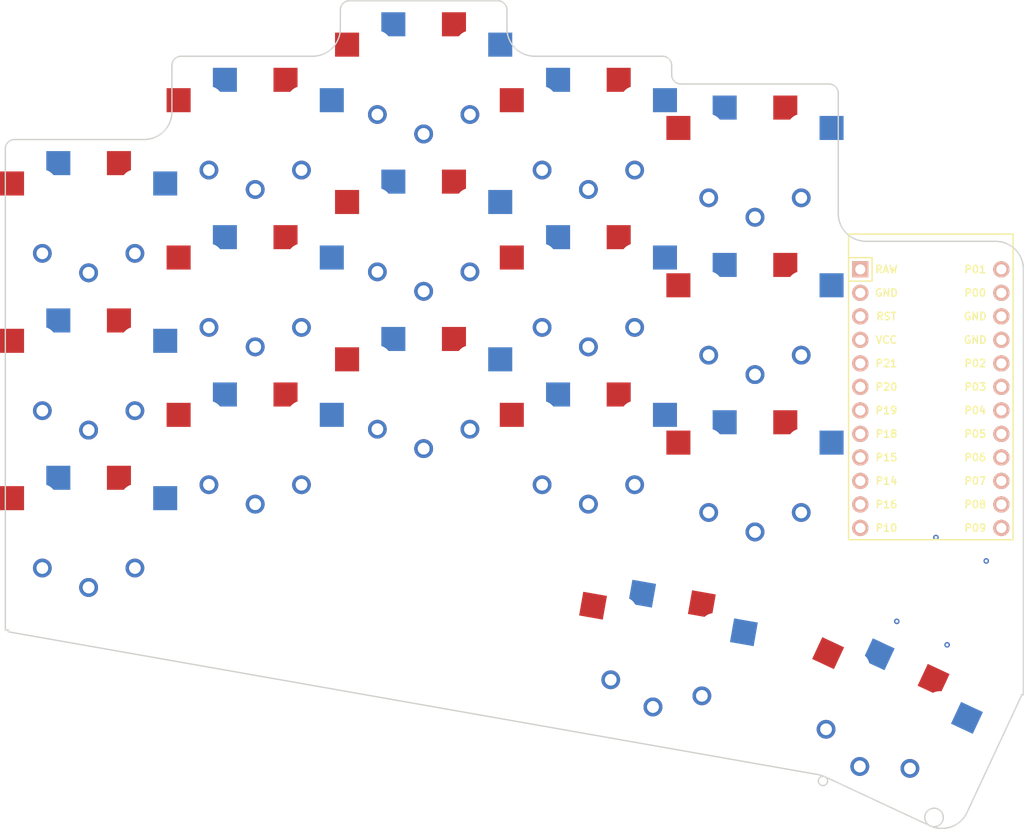
<source format=kicad_pcb>
(kicad_pcb (version 20211014) (generator pcbnew)
  (title_block (title "architeuthis_dux") (rev "v1.0.0") (company "Unknown"))
  (layers (0 "F.Cu" signal) (31 "B.Cu" signal) (34 "B.Paste" user) (35 "F.Paste" user) (36 "B.SilkS" user "B.Silkscreen") (37 "F.SilkS" user "F.Silkscreen") (38 "B.Mask" user) (39 "F.Mask" user) (44 "Edge.Cuts" user))
  (net 0 "")
  (net 1 "P7")
  (net 2 "GND")
  (net 3 "P6")
  (net 4 "P5")
  (net 5 "P4")
  (net 6 "P3")
  (net 7 "P0")
  (net 8 "P1")
  (net 9 "P19")
  (net 10 "P18")
  (net 11 "P15")
  (net 12 "P14")
  (net 13 "P16")
  (net 14 "P10")
  (net 15 "P20")
  (net 16 "P21")
  (net 17 "P8")
  (net 18 "P9")
  (net 19 "RAW")
  (net 20 "RST")
  (net 21 "VCC")
  (net 22 "P2")
  (net 23 "pos")
  (footprint "PG1350" (layer "F.Cu") (at 119.32733 98.007861 -25)
    (fp_text reference "S33" hide)
    (fp_text value "" hide)
    (pad "" np_thru_hole circle locked (at 0 -5.95) (size 3 3) (drill 3) (layers *.Cu *.Mask))
    (pad "" np_thru_hole circle locked (at 0 0) (size 3.429 3.429) (drill 3.429) (layers *.Cu *.Mask))
    (pad "" np_thru_hole circle locked (at 0 -5.95) (size 3 3) (drill 3) (layers *.Cu *.Mask))
    (pad "" np_thru_hole circle locked (at -5.5 0) (size 1.7018 1.7018) (drill 1.7018) (layers *.Cu *.Mask))
    (pad "" np_thru_hole circle locked (at 5 -3.75) (size 3 3) (drill 3) (layers *.Cu *.Mask))
    (pad "" np_thru_hole circle locked (at 5.5 0) (size 1.7018 1.7018) (drill 1.7018) (layers *.Cu *.Mask))
    (pad "" np_thru_hole circle locked (at -5 -3.75) (size 3 3) (drill 3) (layers *.Cu *.Mask))
    (pad "1" smd rect locked (at -3.275 -5.95 335) (size 2.6 2.6) (layers "B.Cu" "B.Paste" "B.Mask") (net 18 "P9"))
    (pad "1" smd rect locked (at 3.275 -5.95 335) (size 2.6 2.6) (layers "F.Cu" "F.Paste" "F.Mask") (net 18 "P9"))
    (pad "2" smd rect locked (at 8.275 -3.75 335) (size 2.6 2.6) (layers "B.Cu" "B.Paste" "B.Mask") (net 2 "GND"))
    (pad "2" smd rect locked (at -8.275 -3.75 335) (size 2.6 2.6) (layers "F.Cu" "F.Paste" "F.Mask") (net 2 "GND"))
  )
  (footprint "VIA-0.6mm" (layer "F.Cu") (at 120.834589 87.676929 -25)
    (fp_text reference "REF**" hide)
    (fp_text value "VIA-0.6mm" hide)
    (pad "1" thru_hole circle locked (at 0 0) (size 0.6 0.6) (drill 0.3) (layers *.Cu) (net 23 "pos"))
  )
  (footprint "VIA-0.6mm" (layer "F.Cu") (at 130.498618 81.14956 -25)
    (fp_text reference "REF**" hide)
    (fp_text value "VIA-0.6mm" hide)
    (pad "1" thru_hole circle locked (at 0 0) (size 0.6 0.6) (drill 0.3) (layers *.Cu) (net 2 "GND"))
  )
  (footprint "PG1350" (layer "F.Cu") (at 33.510439 44.114297 180)
    (fp_text reference "S6" hide)
    (fp_text value "" hide)
    (pad "" np_thru_hole circle locked (at 5.5 0) (size 1.7018 1.7018) (drill 1.7018) (layers *.Cu *.Mask))
    (pad "" np_thru_hole circle locked (at -5.5 0) (size 1.7018 1.7018) (drill 1.7018) (layers *.Cu *.Mask))
    (pad "" np_thru_hole circle locked (at 0 0) (size 3.429 3.429) (drill 3.429) (layers *.Cu *.Mask))
    (pad "1" thru_hole circle locked (at -5 -3.8) (size 2.032 2.032) (drill 1.27) (layers *.Cu *.Mask) (net 4 "P5"))
    (pad "1" thru_hole circle locked (at 5 -3.8) (size 2.032 2.032) (drill 1.27) (layers *.Cu *.Mask) (net 4 "P5"))
    (pad "2" thru_hole circle locked (at 0 -5.9) (size 2.032 2.032) (drill 1.27) (layers *.Cu *.Mask) (net 2 "GND"))
    (pad "2" thru_hole circle locked (at 0 -5.9) (size 2.032 2.032) (drill 1.27) (layers *.Cu *.Mask) (net 2 "GND"))
  )
  (footprint "PG1350" (layer "F.Cu") (at 33.510439 78.114297 180)
    (fp_text reference "S2" hide)
    (fp_text value "" hide)
    (pad "" np_thru_hole circle locked (at -5.5 0) (size 1.7018 1.7018) (drill 1.7018) (layers *.Cu *.Mask))
    (pad "" np_thru_hole circle locked (at 5.5 0) (size 1.7018 1.7018) (drill 1.7018) (layers *.Cu *.Mask))
    (pad "" np_thru_hole circle locked (at 0 0) (size 3.429 3.429) (drill 3.429) (layers *.Cu *.Mask))
    (pad "1" thru_hole circle locked (at -5 -3.8) (size 2.032 2.032) (drill 1.27) (layers *.Cu *.Mask) (net 1 "P7"))
    (pad "1" thru_hole circle locked (at 5 -3.8) (size 2.032 2.032) (drill 1.27) (layers *.Cu *.Mask) (net 1 "P7"))
    (pad "2" thru_hole circle locked (at 0 -5.9) (size 2.032 2.032) (drill 1.27) (layers *.Cu *.Mask) (net 2 "GND"))
    (pad "2" thru_hole circle locked (at 0 -5.9) (size 2.032 2.032) (drill 1.27) (layers *.Cu *.Mask) (net 2 "GND"))
  )
  (footprint "PG1350" (layer "F.Cu") (at 105.510439 38.114297 180)
    (fp_text reference "S30" hide)
    (fp_text value "" hide)
    (pad "" np_thru_hole circle locked (at 5.5 0) (size 1.7018 1.7018) (drill 1.7018) (layers *.Cu *.Mask))
    (pad "" np_thru_hole circle locked (at 0 0) (size 3.429 3.429) (drill 3.429) (layers *.Cu *.Mask))
    (pad "" np_thru_hole circle locked (at -5.5 0) (size 1.7018 1.7018) (drill 1.7018) (layers *.Cu *.Mask))
    (pad "1" thru_hole circle locked (at -5 -3.8) (size 2.032 2.032) (drill 1.27) (layers *.Cu *.Mask) (net 16 "P21"))
    (pad "1" thru_hole circle locked (at 5 -3.8) (size 2.032 2.032) (drill 1.27) (layers *.Cu *.Mask) (net 16 "P21"))
    (pad "2" thru_hole circle locked (at 0 -5.9) (size 2.032 2.032) (drill 1.27) (layers *.Cu *.Mask) (net 2 "GND"))
    (pad "2" thru_hole circle locked (at 0 -5.9) (size 2.032 2.032) (drill 1.27) (layers *.Cu *.Mask) (net 2 "GND"))
  )
  (footprint "PG1350" (layer "F.Cu") (at 69.710439 63.114297 180)
    (fp_text reference "S14" hide)
    (fp_text value "" hide)
    (pad "" np_thru_hole circle locked (at 0 0) (size 3.429 3.429) (drill 3.429) (layers *.Cu *.Mask))
    (pad "" np_thru_hole circle locked (at -5.5 0) (size 1.7018 1.7018) (drill 1.7018) (layers *.Cu *.Mask))
    (pad "" np_thru_hole circle locked (at 5.5 0) (size 1.7018 1.7018) (drill 1.7018) (layers *.Cu *.Mask))
    (pad "1" thru_hole circle locked (at 5 -3.8) (size 2.032 2.032) (drill 1.27) (layers *.Cu *.Mask) (net 8 "P1"))
    (pad "1" thru_hole circle locked (at -5 -3.8) (size 2.032 2.032) (drill 1.27) (layers *.Cu *.Mask) (net 8 "P1"))
    (pad "2" thru_hole circle locked (at 0 -5.9) (size 2.032 2.032) (drill 1.27) (layers *.Cu *.Mask) (net 2 "GND"))
    (pad "2" thru_hole circle locked (at 0 -5.9) (size 2.032 2.032) (drill 1.27) (layers *.Cu *.Mask) (net 2 "GND"))
  )
  (footprint "PG1350" (layer "F.Cu") (at 69.710439 29.114297 180)
    (fp_text reference "S18" hide)
    (fp_text value "" hide)
    (pad "" np_thru_hole circle locked (at 0 0) (size 3.429 3.429) (drill 3.429) (layers *.Cu *.Mask))
    (pad "" np_thru_hole circle locked (at 5.5 0) (size 1.7018 1.7018) (drill 1.7018) (layers *.Cu *.Mask))
    (pad "" np_thru_hole circle locked (at -5.5 0) (size 1.7018 1.7018) (drill 1.7018) (layers *.Cu *.Mask))
    (pad "1" thru_hole circle locked (at -5 -3.8) (size 2.032 2.032) (drill 1.27) (layers *.Cu *.Mask) (net 10 "P18"))
    (pad "1" thru_hole circle locked (at 5 -3.8) (size 2.032 2.032) (drill 1.27) (layers *.Cu *.Mask) (net 10 "P18"))
    (pad "2" thru_hole circle locked (at 0 -5.9) (size 2.032 2.032) (drill 1.27) (layers *.Cu *.Mask) (net 2 "GND"))
    (pad "2" thru_hole circle locked (at 0 -5.9) (size 2.032 2.032) (drill 1.27) (layers *.Cu *.Mask) (net 2 "GND"))
  )
  (footprint "PG1350" (layer "F.Cu") (at 51.510439 35.114297 180)
    (fp_text reference "S12" hide)
    (fp_text value "" hide)
    (pad "" np_thru_hole circle locked (at 5.5 0) (size 1.7018 1.7018) (drill 1.7018) (layers *.Cu *.Mask))
    (pad "" np_thru_hole circle locked (at -5.5 0) (size 1.7018 1.7018) (drill 1.7018) (layers *.Cu *.Mask))
    (pad "" np_thru_hole circle locked (at 0 0) (size 3.429 3.429) (drill 3.429) (layers *.Cu *.Mask))
    (pad "1" thru_hole circle locked (at 5 -3.8) (size 2.032 2.032) (drill 1.27) (layers *.Cu *.Mask) (net 7 "P0"))
    (pad "1" thru_hole circle locked (at -5 -3.8) (size 2.032 2.032) (drill 1.27) (layers *.Cu *.Mask) (net 7 "P0"))
    (pad "2" thru_hole circle locked (at 0 -5.9) (size 2.032 2.032) (drill 1.27) (layers *.Cu *.Mask) (net 2 "GND"))
    (pad "2" thru_hole circle locked (at 0 -5.9) (size 2.032 2.032) (drill 1.27) (layers *.Cu *.Mask) (net 2 "GND"))
  )
  (footprint "PG1350" (layer "F.Cu") (at 33.510439 61.114297)
    (fp_text reference "S3" hide)
    (fp_text value "" hide)
    (pad "" np_thru_hole circle locked (at 0 -5.95) (size 3 3) (drill 3) (layers *.Cu *.Mask))
    (pad "" np_thru_hole circle locked (at -5 -3.75) (size 3 3) (drill 3) (layers *.Cu *.Mask))
    (pad "" np_thru_hole circle locked (at 0 0) (size 3.429 3.429) (drill 3.429) (layers *.Cu *.Mask))
    (pad "" np_thru_hole circle locked (at 0 -5.95) (size 3 3) (drill 3) (layers *.Cu *.Mask))
    (pad "" np_thru_hole circle locked (at -5.5 0) (size 1.7018 1.7018) (drill 1.7018) (layers *.Cu *.Mask))
    (pad "" np_thru_hole circle locked (at 5.5 0) (size 1.7018 1.7018) (drill 1.7018) (layers *.Cu *.Mask))
    (pad "" np_thru_hole circle locked (at 5 -3.75) (size 3 3) (drill 3) (layers *.Cu *.Mask))
    (pad "1" smd rect locked (at 3.275 -5.95) (size 2.6 2.6) (layers "F.Cu" "F.Paste" "F.Mask") (net 3 "P6"))
    (pad "1" smd rect locked (at -3.275 -5.95) (size 2.6 2.6) (layers "B.Cu" "B.Paste" "B.Mask") (net 3 "P6"))
    (pad "2" smd rect locked (at 8.275 -3.75) (size 2.6 2.6) (layers "B.Cu" "B.Paste" "B.Mask") (net 2 "GND"))
    (pad "2" smd rect locked (at -8.275 -3.75) (size 2.6 2.6) (layers "F.Cu" "F.Paste" "F.Mask") (net 2 "GND"))
  )
  (footprint "VIA-0.6mm" (layer "F.Cu") (at 125.060771 78.613851 -25)
    (fp_text reference "REF**" hide)
    (fp_text value "VIA-0.6mm" hide)
    (pad "1" thru_hole circle locked (at 0 0) (size 0.6 0.6) (drill 0.3) (layers *.Cu) (net 20 "RST"))
  )
  (footprint "PG1350" (layer "F.Cu") (at 51.510439 69.114297 180)
    (fp_text reference "S8" hide)
    (fp_text value "" hide)
    (pad "" np_thru_hole circle locked (at 0 0) (size 3.429 3.429) (drill 3.429) (layers *.Cu *.Mask))
    (pad "" np_thru_hole circle locked (at 5.5 0) (size 1.7018 1.7018) (drill 1.7018) (layers *.Cu *.Mask))
    (pad "" np_thru_hole circle locked (at -5.5 0) (size 1.7018 1.7018) (drill 1.7018) (layers *.Cu *.Mask))
    (pad "1" thru_hole circle locked (at 5 -3.8) (size 2.032 2.032) (drill 1.27) (layers *.Cu *.Mask) (net 5 "P4"))
    (pad "1" thru_hole circle locked (at -5 -3.8) (size 2.032 2.032) (drill 1.27) (layers *.Cu *.Mask) (net 5 "P4"))
    (pad "2" thru_hole circle locked (at 0 -5.9) (size 2.032 2.032) (drill 1.27) (layers *.Cu *.Mask) (net 2 "GND"))
    (pad "2" thru_hole circle locked (at 0 -5.9) (size 2.032 2.032) (drill 1.27) (layers *.Cu *.Mask) (net 2 "GND"))
  )
  (footprint "PG1350" (layer "F.Cu") (at 87.510439 69.114297)
    (fp_text reference "S19" hide)
    (fp_text value "" hide)
    (pad "" np_thru_hole circle locked (at 5.5 0) (size 1.7018 1.7018) (drill 1.7018) (layers *.Cu *.Mask))
    (pad "" np_thru_hole circle locked (at 5 -3.75) (size 3 3) (drill 3) (layers *.Cu *.Mask))
    (pad "" np_thru_hole circle locked (at 0 -5.95) (size 3 3) (drill 3) (layers *.Cu *.Mask))
    (pad "" np_thru_hole circle locked (at 0 -5.95) (size 3 3) (drill 3) (layers *.Cu *.Mask))
    (pad "" np_thru_hole circle locked (at -5.5 0) (size 1.7018 1.7018) (drill 1.7018) (layers *.Cu *.Mask))
    (pad "" np_thru_hole circle locked (at 0 0) (size 3.429 3.429) (drill 3.429) (layers *.Cu *.Mask))
    (pad "" np_thru_hole circle locked (at -5 -3.75) (size 3 3) (drill 3) (layers *.Cu *.Mask))
    (pad "1" smd rect locked (at 3.275 -5.95) (size 2.6 2.6) (layers "F.Cu" "F.Paste" "F.Mask") (net 11 "P15"))
    (pad "1" smd rect locked (at -3.275 -5.95) (size 2.6 2.6) (layers "B.Cu" "B.Paste" "B.Mask") (net 11 "P15"))
    (pad "2" smd rect locked (at -8.275 -3.75) (size 2.6 2.6) (layers "F.Cu" "F.Paste" "F.Mask") (net 2 "GND"))
    (pad "2" smd rect locked (at 8.275 -3.75) (size 2.6 2.6) (layers "B.Cu" "B.Paste" "B.Mask") (net 2 "GND"))
  )
  (footprint "PG1350" (layer "F.Cu") (at 95.510439 91.114297 -10)
    (fp_text reference "S31" hide)
    (fp_text value "" hide)
    (pad "" np_thru_hole circle locked (at 0 -5.95) (size 3 3) (drill 3) (layers *.Cu *.Mask))
    (pad "" np_thru_hole circle locked (at 5 -3.75) (size 3 3) (drill 3) (layers *.Cu *.Mask))
    (pad "" np_thru_hole circle locked (at 5.5 0) (size 1.7018 1.7018) (drill 1.7018) (layers *.Cu *.Mask))
    (pad "" np_thru_hole circle locked (at -5.5 0) (size 1.7018 1.7018) (drill 1.7018) (layers *.Cu *.Mask))
    (pad "" np_thru_hole circle locked (at 0 -5.95) (size 3 3) (drill 3) (layers *.Cu *.Mask))
    (pad "" np_thru_hole circle locked (at 0 0) (size 3.429 3.429) (drill 3.429) (layers *.Cu *.Mask))
    (pad "" np_thru_hole circle locked (at -5 -3.75) (size 3 3) (drill 3) (layers *.Cu *.Mask))
    (pad "1" smd rect locked (at -3.275 -5.95 350) (size 2.6 2.6) (layers "B.Cu" "B.Paste" "B.Mask") (net 17 "P8"))
    (pad "1" smd rect locked (at 3.275 -5.95 350) (size 2.6 2.6) (layers "F.Cu" "F.Paste" "F.Mask") (net 17 "P8"))
    (pad "2" smd rect locked (at 8.275 -3.75 350) (size 2.6 2.6) (layers "B.Cu" "B.Paste" "B.Mask") (net 2 "GND"))
    (pad "2" smd rect locked (at -8.275 -3.75 350) (size 2.6 2.6) (layers "F.Cu" "F.Paste" "F.Mask") (net 2 "GND"))
  )
  (footprint "PG1350" (layer "F.Cu") (at 105.510439 72.114297 180)
    (fp_text reference "S26" hide)
    (fp_text value "" hide)
    (pad "" np_thru_hole circle locked (at 0 0) (size 3.429 3.429) (drill 3.429) (layers *.Cu *.Mask))
    (pad "" np_thru_hole circle locked (at 5.5 0) (size 1.7018 1.7018) (drill 1.7018) (layers *.Cu *.Mask))
    (pad "" np_thru_hole circle locked (at -5.5 0) (size 1.7018 1.7018) (drill 1.7018) (layers *.Cu *.Mask))
    (pad "1" thru_hole circle locked (at -5 -3.8) (size 2.032 2.032) (drill 1.27) (layers *.Cu *.Mask) (net 14 "P10"))
    (pad "1" thru_hole circle locked (at 5 -3.8) (size 2.032 2.032) (drill 1.27) (layers *.Cu *.Mask) (net 14 "P10"))
    (pad "2" thru_hole circle locked (at 0 -5.9) (size 2.032 2.032) (drill 1.27) (layers *.Cu *.Mask) (net 2 "GND"))
    (pad "2" thru_hole circle locked (at 0 -5.9) (size 2.032 2.032) (drill 1.27) (layers *.Cu *.Mask) (net 2 "GND"))
  )
  (footprint "PG1350" (layer "F.Cu") (at 33.510439 61.114297 180)
    (fp_text reference "S4" hide)
    (fp_text value "" hide)
    (pad "" np_thru_hole circle locked (at 5.5 0) (size 1.7018 1.7018) (drill 1.7018) (layers *.Cu *.Mask))
    (pad "" np_thru_hole circle locked (at -5.5 0) (size 1.7018 1.7018) (drill 1.7018) (layers *.Cu *.Mask))
    (pad "" np_thru_hole circle locked (at 0 0) (size 3.429 3.429) (drill 3.429) (layers *.Cu *.Mask))
    (pad "1" thru_hole circle locked (at -5 -3.8) (size 2.032 2.032) (drill 1.27) (layers *.Cu *.Mask) (net 3 "P6"))
    (pad "1" thru_hole circle locked (at 5 -3.8) (size 2.032 2.032) (drill 1.27) (layers *.Cu *.Mask) (net 3 "P6"))
    (pad "2" thru_hole circle locked (at 0 -5.9) (size 2.032 2.032) (drill 1.27) (layers *.Cu *.Mask) (net 2 "GND"))
    (pad "2" thru_hole circle locked (at 0 -5.9) (size 2.032 2.032) (drill 1.27) (layers *.Cu *.Mask) (net 2 "GND"))
  )
  (footprint "PG1350" (layer "F.Cu") (at 119.32733 98.007861 155)
    (fp_text reference "S34" hide)
    (fp_text value "" hide)
    (pad "" np_thru_hole circle locked (at -5.5 0) (size 1.7018 1.7018) (drill 1.7018) (layers *.Cu *.Mask))
    (pad "" np_thru_hole circle locked (at 0 0) (size 3.429 3.429) (drill 3.429) (layers *.Cu *.Mask))
    (pad "" np_thru_hole circle locked (at 5.5 0) (size 1.7018 1.7018) (drill 1.7018) (layers *.Cu *.Mask))
    (pad "1" thru_hole circle locked (at -5 -3.8) (size 2.032 2.032) (drill 1.27) (layers *.Cu *.Mask) (net 18 "P9"))
    (pad "1" thru_hole circle locked (at 5 -3.8) (size 2.032 2.032) (drill 1.27) (layers *.Cu *.Mask) (net 18 "P9"))
    (pad "2" thru_hole circle locked (at 0 -5.9) (size 2.032 2.032) (drill 1.27) (layers *.Cu *.Mask) (net 2 "GND"))
    (pad "2" thru_hole circle locked (at 0 -5.9) (size 2.032 2.032) (drill 1.27) (layers *.Cu *.Mask) (net 2 "GND"))
  )
  (footprint "PG1350" (layer "F.Cu") (at 33.510439 44.114297)
    (fp_text reference "S5" hide)
    (fp_text value "" hide)
    (pad "" np_thru_hole circle locked (at -5.5 0) (size 1.7018 1.7018) (drill 1.7018) (layers *.Cu *.Mask))
    (pad "" np_thru_hole circle locked (at 5.5 0) (size 1.7018 1.7018) (drill 1.7018) (layers *.Cu *.Mask))
    (pad "" np_thru_hole circle locked (at -5 -3.75) (size 3 3) (drill 3) (layers *.Cu *.Mask))
    (pad "" np_thru_hole circle locked (at 0 0) (size 3.429 3.429) (drill 3.429) (layers *.Cu *.Mask))
    (pad "" np_thru_hole circle locked (at 5 -3.75) (size 3 3) (drill 3) (layers *.Cu *.Mask))
    (pad "" np_thru_hole circle locked (at 0 -5.95) (size 3 3) (drill 3) (layers *.Cu *.Mask))
    (pad "" np_thru_hole circle locked (at 0 -5.95) (size 3 3) (drill 3) (layers *.Cu *.Mask))
    (pad "1" smd rect locked (at 3.275 -5.95) (size 2.6 2.6) (layers "F.Cu" "F.Paste" "F.Mask") (net 4 "P5"))
    (pad "1" smd rect locked (at -3.275 -5.95) (size 2.6 2.6) (layers "B.Cu" "B.Paste" "B.Mask") (net 4 "P5"))
    (pad "2" smd rect locked (at 8.275 -3.75) (size 2.6 2.6) (layers "B.Cu" "B.Paste" "B.Mask") (net 2 "GND"))
    (pad "2" smd rect locked (at -8.275 -3.75) (size 2.6 2.6) (layers "F.Cu" "F.Paste" "F.Mask") (net 2 "GND"))
  )
  (footprint "PG1350" (layer "F.Cu") (at 87.510439 52.114297)
    (fp_text reference "S21" hide)
    (fp_text value "" hide)
    (pad "" np_thru_hole circle locked (at 5.5 0) (size 1.7018 1.7018) (drill 1.7018) (layers *.Cu *.Mask))
    (pad "" np_thru_hole circle locked (at 5 -3.75) (size 3 3) (drill 3) (layers *.Cu *.Mask))
    (pad "" np_thru_hole circle locked (at -5.5 0) (size 1.7018 1.7018) (drill 1.7018) (layers *.Cu *.Mask))
    (pad "" np_thru_hole circle locked (at 0 -5.95) (size 3 3) (drill 3) (layers *.Cu *.Mask))
    (pad "" np_thru_hole circle locked (at 0 -5.95) (size 3 3) (drill 3) (layers *.Cu *.Mask))
    (pad "" np_thru_hole circle locked (at -5 -3.75) (size 3 3) (drill 3) (layers *.Cu *.Mask))
    (pad "" np_thru_hole circle locked (at 0 0) (size 3.429 3.429) (drill 3.429) (layers *.Cu *.Mask))
    (pad "1" smd rect locked (at 3.275 -5.95) (size 2.6 2.6) (layers "F.Cu" "F.Paste" "F.Mask") (net 12 "P14"))
    (pad "1" smd rect locked (at -3.275 -5.95) (size 2.6 2.6) (layers "B.Cu" "B.Paste" "B.Mask") (net 12 "P14"))
    (pad "2" smd rect locked (at -8.275 -3.75) (size 2.6 2.6) (layers "F.Cu" "F.Paste" "F.Mask") (net 2 "GND"))
    (pad "2" smd rect locked (at 8.275 -3.75) (size 2.6 2.6) (layers "B.Cu" "B.Paste" "B.Mask") (net 2 "GND"))
  )
  (footprint "PG1350" (layer "F.Cu") (at 105.510439 38.114297)
    (fp_text reference "S29" hide)
    (fp_text value "" hide)
    (pad "" np_thru_hole circle locked (at -5 -3.75) (size 3 3) (drill 3) (layers *.Cu *.Mask))
    (pad "" np_thru_hole circle locked (at 0 -5.95) (size 3 3) (drill 3) (layers *.Cu *.Mask))
    (pad "" np_thru_hole circle locked (at 5.5 0) (size 1.7018 1.7018) (drill 1.7018) (layers *.Cu *.Mask))
    (pad "" np_thru_hole circle locked (at -5.5 0) (size 1.7018 1.7018) (drill 1.7018) (layers *.Cu *.Mask))
    (pad "" np_thru_hole circle locked (at 0 -5.95) (size 3 3) (drill 3) (layers *.Cu *.Mask))
    (pad "" np_thru_hole circle locked (at 0 0) (size 3.429 3.429) (drill 3.429) (layers *.Cu *.Mask))
    (pad "" np_thru_hole circle locked (at 5 -3.75) (size 3 3) (drill 3) (layers *.Cu *.Mask))
    (pad "1" smd rect locked (at -3.275 -5.95) (size 2.6 2.6) (layers "B.Cu" "B.Paste" "B.Mask") (net 16 "P21"))
    (pad "1" smd rect locked (at 3.275 -5.95) (size 2.6 2.6) (layers "F.Cu" "F.Paste" "F.Mask") (net 16 "P21"))
    (pad "2" smd rect locked (at -8.275 -3.75) (size 2.6 2.6) (layers "F.Cu" "F.Paste" "F.Mask") (net 2 "GND"))
    (pad "2" smd rect locked (at 8.275 -3.75) (size 2.6 2.6) (layers "B.Cu" "B.Paste" "B.Mask") (net 2 "GND"))
  )
  (footprint "PG1350" (layer "F.Cu") (at 69.710439 63.114297)
    (fp_text reference "S13" hide)
    (fp_text value "" hide)
    (pad "" np_thru_hole circle locked (at 0 -5.95) (size 3 3) (drill 3) (layers *.Cu *.Mask))
    (pad "" np_thru_hole circle locked (at -5.5 0) (size 1.7018 1.7018) (drill 1.7018) (layers *.Cu *.Mask))
    (pad "" np_thru_hole circle locked (at 0 -5.95) (size 3 3) (drill 3) (layers *.Cu *.Mask))
    (pad "" np_thru_hole circle locked (at 5 -3.75) (size 3 3) (drill 3) (layers *.Cu *.Mask))
    (pad "" np_thru_hole circle locked (at -5 -3.75) (size 3 3) (drill 3) (layers *.Cu *.Mask))
    (pad "" np_thru_hole circle locked (at 5.5 0) (size 1.7018 1.7018) (drill 1.7018) (layers *.Cu *.Mask))
    (pad "" np_thru_hole circle locked (at 0 0) (size 3.429 3.429) (drill 3.429) (layers *.Cu *.Mask))
    (pad "1" smd rect locked (at -3.275 -5.95) (size 2.6 2.6) (layers "B.Cu" "B.Paste" "B.Mask") (net 8 "P1"))
    (pad "1" smd rect locked (at 3.275 -5.95) (size 2.6 2.6) (layers "F.Cu" "F.Paste" "F.Mask") (net 8 "P1"))
    (pad "2" smd rect locked (at 8.275 -3.75) (size 2.6 2.6) (layers "B.Cu" "B.Paste" "B.Mask") (net 2 "GND"))
    (pad "2" smd rect locked (at -8.275 -3.75) (size 2.6 2.6) (layers "F.Cu" "F.Paste" "F.Mask") (net 2 "GND"))
  )
  (footprint "PG1350" (layer "F.Cu") (at 105.510439 55.114297)
    (fp_text reference "S27" hide)
    (fp_text value "" hide)
    (pad "" np_thru_hole circle locked (at 5.5 0) (size 1.7018 1.7018) (drill 1.7018) (layers *.Cu *.Mask))
    (pad "" np_thru_hole circle locked (at 0 -5.95) (size 3 3) (drill 3) (layers *.Cu *.Mask))
    (pad "" np_thru_hole circle locked (at -5 -3.75) (size 3 3) (drill 3) (layers *.Cu *.Mask))
    (pad "" np_thru_hole circle locked (at -5.5 0) (size 1.7018 1.7018) (drill 1.7018) (layers *.Cu *.Mask))
    (pad "" np_thru_hole circle locked (at 5 -3.75) (size 3 3) (drill 3) (layers *.Cu *.Mask))
    (pad "" np_thru_hole circle locked (at 0 -5.95) (size 3 3) (drill 3) (layers *.Cu *.Mask))
    (pad "" np_thru_hole circle locked (at 0 0) (size 3.429 3.429) (drill 3.429) (layers *.Cu *.Mask))
    (pad "1" smd rect locked (at -3.275 -5.95) (size 2.6 2.6) (layers "B.Cu" "B.Paste" "B.Mask") (net 15 "P20"))
    (pad "1" smd rect locked (at 3.275 -5.95) (size 2.6 2.6) (layers "F.Cu" "F.Paste" "F.Mask") (net 15 "P20"))
    (pad "2" smd rect locked (at 8.275 -3.75) (size 2.6 2.6) (layers "B.Cu" "B.Paste" "B.Mask") (net 2 "GND"))
    (pad "2" smd rect locked (at -8.275 -3.75) (size 2.6 2.6) (layers "F.Cu" "F.Paste" "F.Mask") (net 2 "GND"))
  )
  (footprint "PG1350" (layer "F.Cu") (at 95.510439 91.114297 170)
    (fp_text reference "S32" hide)
    (fp_text value "" hide)
    (pad "" np_thru_hole circle locked (at -5.5 0) (size 1.7018 1.7018) (drill 1.7018) (layers *.Cu *.Mask))
    (pad "" np_thru_hole circle locked (at 5.5 0) (size 1.7018 1.7018) (drill 1.7018) (layers *.Cu *.Mask))
    (pad "" np_thru_hole circle locked (at 0 0) (size 3.429 3.429) (drill 3.429) (layers *.Cu *.Mask))
    (pad "1" thru_hole circle locked (at 5 -3.8) (size 2.032 2.032) (drill 1.27) (layers *.Cu *.Mask) (net 17 "P8"))
    (pad "1" thru_hole circle locked (at -5 -3.8) (size 2.032 2.032) (drill 1.27) (layers *.Cu *.Mask) (net 17 "P8"))
    (pad "2" thru_hole circle locked (at 0 -5.9) (size 2.032 2.032) (drill 1.27) (layers *.Cu *.Mask) (net 2 "GND"))
    (pad "2" thru_hole circle locked (at 0 -5.9) (size 2.032 2.032) (drill 1.27) (layers *.Cu *.Mask) (net 2 "GND"))
  )
  (footprint "PG1350" (layer "F.Cu") (at 51.510439 35.114297)
    (fp_text reference "S11" hide)
    (fp_text value "" hide)
    (pad "" np_thru_hole circle locked (at 0 -5.95) (size 3 3) (drill 3) (layers *.Cu *.Mask))
    (pad "" np_thru_hole circle locked (at -5.5 0) (size 1.7018 1.7018) (drill 1.7018) (layers *.Cu *.Mask))
    (pad "" np_thru_hole circle locked (at -5 -3.75) (size 3 3) (drill 3) (layers *.Cu *.Mask))
    (pad "" np_thru_hole circle locked (at 5 -3.75) (size 3 3) (drill 3) (layers *.Cu *.Mask))
    (pad "" np_thru_hole circle locked (at 0 0) (size 3.429 3.429) (drill 3.429) (layers *.Cu *.Mask))
    (pad "" np_thru_hole circle locked (at 5.5 0) (size 1.7018 1.7018) (drill 1.7018) (layers *.Cu *.Mask))
    (pad "" np_thru_hole circle locked (at 0 -5.95) (size 3 3) (drill 3) (layers *.Cu *.Mask))
    (pad "1" smd rect locked (at -3.275 -5.95) (size 2.6 2.6) (layers "B.Cu" "B.Paste" "B.Mask") (net 7 "P0"))
    (pad "1" smd rect locked (at 3.275 -5.95) (size 2.6 2.6) (layers "F.Cu" "F.Paste" "F.Mask") (net 7 "P0"))
    (pad "2" smd rect locked (at -8.275 -3.75) (size 2.6 2.6) (layers "F.Cu" "F.Paste" "F.Mask") (net 2 "GND"))
    (pad "2" smd rect locked (at 8.275 -3.75) (size 2.6 2.6) (layers "B.Cu" "B.Paste" "B.Mask") (net 2 "GND"))
  )
  (footprint "PG1350" (layer "F.Cu") (at 69.710439 46.114297 180)
    (fp_text reference "S16" hide)
    (fp_text value "" hide)
    (pad "" np_thru_hole circle locked (at -5.5 0) (size 1.7018 1.7018) (drill 1.7018) (layers *.Cu *.Mask))
    (pad "" np_thru_hole circle locked (at 5.5 0) (size 1.7018 1.7018) (drill 1.7018) (layers *.Cu *.Mask))
    (pad "" np_thru_hole circle locked (at 0 0) (size 3.429 3.429) (drill 3.429) (layers *.Cu *.Mask))
    (pad "1" thru_hole circle locked (at 5 -3.8) (size 2.032 2.032) (drill 1.27) (layers *.Cu *.Mask) (net 9 "P19"))
    (pad "1" thru_hole circle locked (at -5 -3.8) (size 2.032 2.032) (drill 1.27) (layers *.Cu *.Mask) (net 9 "P19"))
    (pad "2" thru_hole circle locked (at 0 -5.9) (size 2.032 2.032) (drill 1.27) (layers *.Cu *.Mask) (net 2 "GND"))
    (pad "2" thru_hole circle locked (at 0 -5.9) (size 2.032 2.032) (drill 1.27) (layers *.Cu *.Mask) (net 2 "GND"))
  )
  (footprint "PG1350" (layer "F.Cu") (at 51.510439 52.114297 180)
    (fp_text reference "S10" hide)
    (fp_text value "" hide)
    (pad "" np_thru_hole circle locked (at 0 0) (size 3.429 3.429) (drill 3.429) (layers *.Cu *.Mask))
    (pad "" np_thru_hole circle locked (at 5.5 0) (size 1.7018 1.7018) (drill 1.7018) (layers *.Cu *.Mask))
    (pad "" np_thru_hole circle locked (at -5.5 0) (size 1.7018 1.7018) (drill 1.7018) (layers *.Cu *.Mask))
    (pad "1" thru_hole circle locked (at -5 -3.8) (size 2.032 2.032) (drill 1.27) (layers *.Cu *.Mask) (net 6 "P3"))
    (pad "1" thru_hole circle locked (at 5 -3.8) (size 2.032 2.032) (drill 1.27) (layers *.Cu *.Mask) (net 6 "P3"))
    (pad "2" thru_hole circle locked (at 0 -5.9) (size 2.032 2.032) (drill 1.27) (layers *.Cu *.Mask) (net 2 "GND"))
    (pad "2" thru_hole circle locked (at 0 -5.9) (size 2.032 2.032) (drill 1.27) (layers *.Cu *.Mask) (net 2 "GND"))
  )
  (footprint "PG1350" (layer "F.Cu") (at 105.510439 72.114297)
    (fp_text reference "S25" hide)
    (fp_text value "" hide)
    (pad "" np_thru_hole circle locked (at 0 0) (size 3.429 3.429) (drill 3.429) (layers *.Cu *.Mask))
    (pad "" np_thru_hole circle locked (at 5 -3.75) (size 3 3) (drill 3) (layers *.Cu *.Mask))
    (pad "" np_thru_hole circle locked (at -5.5 0) (size 1.7018 1.7018) (drill 1.7018) (layers *.Cu *.Mask))
    (pad "" np_thru_hole circle locked (at -5 -3.75) (size 3 3) (drill 3) (layers *.Cu *.Mask))
    (pad "" np_thru_hole circle locked (at 0 -5.95) (size 3 3) (drill 3) (layers *.Cu *.Mask))
    (pad "" np_thru_hole circle locked (at 5.5 0) (size 1.7018 1.7018) (drill 1.7018) (layers *.Cu *.Mask))
    (pad "" np_thru_hole circle locked (at 0 -5.95) (size 3 3) (drill 3) (layers *.Cu *.Mask))
    (pad "1" smd rect locked (at 3.275 -5.95) (size 2.6 2.6) (layers "F.Cu" "F.Paste" "F.Mask") (net 14 "P10"))
    (pad "1" smd rect locked (at -3.275 -5.95) (size 2.6 2.6) (layers "B.Cu" "B.Paste" "B.Mask") (net 14 "P10"))
    (pad "2" smd rect locked (at 8.275 -3.75) (size 2.6 2.6) (layers "B.Cu" "B.Paste" "B.Mask") (net 2 "GND"))
    (pad "2" smd rect locked (at -8.275 -3.75) (size 2.6 2.6) (layers "F.Cu" "F.Paste" "F.Mask") (net 2 "GND"))
  )
  (footprint "PG1350" (layer "F.Cu") (at 69.710439 46.114297)
    (fp_text reference "S15" hide)
    (fp_text value "" hide)
    (pad "" np_thru_hole circle locked (at -5 -3.75) (size 3 3) (drill 3) (layers *.Cu *.Mask))
    (pad "" np_thru_hole circle locked (at -5.5 0) (size 1.7018 1.7018) (drill 1.7018) (layers *.Cu *.Mask))
    (pad "" np_thru_hole circle locked (at 0 -5.95) (size 3 3) (drill 3) (layers *.Cu *.Mask))
    (pad "" np_thru_hole circle locked (at 5.5 0) (size 1.7018 1.7018) (drill 1.7018) (layers *.Cu *.Mask))
    (pad "" np_thru_hole circle locked (at 5 -3.75) (size 3 3) (drill 3) (layers *.Cu *.Mask))
    (pad "" np_thru_hole circle locked (at 0 0) (size 3.429 3.429) (drill 3.429) (layers *.Cu *.Mask))
    (pad "" np_thru_hole circle locked (at 0 -5.95) (size 3 3) (drill 3) (layers *.Cu *.Mask))
    (pad "1" smd rect locked (at 3.275 -5.95) (size 2.6 2.6) (layers "F.Cu" "F.Paste" "F.Mask") (net 9 "P19"))
    (pad "1" smd rect locked (at -3.275 -5.95) (size 2.6 2.6) (layers "B.Cu" "B.Paste" "B.Mask") (net 9 "P19"))
    (pad "2" smd rect locked (at 8.275 -3.75) (size 2.6 2.6) (layers "B.Cu" "B.Paste" "B.Mask") (net 2 "GND"))
    (pad "2" smd rect locked (at -8.275 -3.75) (size 2.6 2.6) (layers "F.Cu" "F.Paste" "F.Mask") (net 2 "GND"))
  )
  (footprint "PG1350" (layer "F.Cu") (at 69.710439 29.114297)
    (fp_text reference "S17" hide)
    (fp_text value "" hide)
    (pad "" np_thru_hole circle locked (at -5.5 0) (size 1.7018 1.7018) (drill 1.7018) (layers *.Cu *.Mask))
    (pad "" np_thru_hole circle locked (at 0 -5.95) (size 3 3) (drill 3) (layers *.Cu *.Mask))
    (pad "" np_thru_hole circle locked (at 5.5 0) (size 1.7018 1.7018) (drill 1.7018) (layers *.Cu *.Mask))
    (pad "" np_thru_hole circle locked (at 0 0) (size 3.429 3.429) (drill 3.429) (layers *.Cu *.Mask))
    (pad "" np_thru_hole circle locked (at -5 -3.75) (size 3 3) (drill 3) (layers *.Cu *.Mask))
    (pad "" np_thru_hole circle locked (at 0 -5.95) (size 3 3) (drill 3) (layers *.Cu *.Mask))
    (pad "" np_thru_hole circle locked (at 5 -3.75) (size 3 3) (drill 3) (layers *.Cu *.Mask))
    (pad "1" smd rect locked (at -3.275 -5.95) (size 2.6 2.6) (layers "B.Cu" "B.Paste" "B.Mask") (net 10 "P18"))
    (pad "1" smd rect locked (at 3.275 -5.95) (size 2.6 2.6) (layers "F.Cu" "F.Paste" "F.Mask") (net 10 "P18"))
    (pad "2" smd rect locked (at -8.275 -3.75) (size 2.6 2.6) (layers "F.Cu" "F.Paste" "F.Mask") (net 2 "GND"))
    (pad "2" smd rect locked (at 8.275 -3.75) (size 2.6 2.6) (layers "B.Cu" "B.Paste" "B.Mask") (net 2 "GND"))
  )
  (footprint "VIA-0.6mm" (layer "F.Cu") (at 126.272436 90.212638 -25)
    (fp_text reference "REF**" hide)
    (fp_text value "VIA-0.6mm" hide)
    (pad "1" thru_hole circle locked (at 0 0) (size 0.6 0.6) (drill 0.3) (layers *.Cu) (net 19 "RAW"))
  )
  (footprint "PG1350" (layer "F.Cu") (at 33.510439 78.114297)
    (fp_text reference "S1" hide)
    (fp_text value "" hide)
    (pad "" np_thru_hole circle locked (at 0 -5.95) (size 3 3) (drill 3) (layers *.Cu *.Mask))
    (pad "" np_thru_hole circle locked (at 0 0) (size 3.429 3.429) (drill 3.429) (layers *.Cu *.Mask))
    (pad "" np_thru_hole circle locked (at -5.5 0) (size 1.7018 1.7018) (drill 1.7018) (layers *.Cu *.Mask))
    (pad "" np_thru_hole circle locked (at 5 -3.75) (size 3 3) (drill 3) (layers *.Cu *.Mask))
    (pad "" np_thru_hole circle locked (at 0 -5.95) (size 3 3) (drill 3) (layers *.Cu *.Mask))
    (pad "" np_thru_hole circle locked (at 5.5 0) (size 1.7018 1.7018) (drill 1.7018) (layers *.Cu *.Mask))
    (pad "" np_thru_hole circle locked (at -5 -3.75) (size 3 3) (drill 3) (layers *.Cu *.Mask))
    (pad "1" smd rect locked (at -3.275 -5.95) (size 2.6 2.6) (layers "B.Cu" "B.Paste" "B.Mask") (net 1 "P7"))
    (pad "1" smd rect locked (at 3.275 -5.95) (size 2.6 2.6) (layers "F.Cu" "F.Paste" "F.Mask") (net 1 "P7"))
    (pad "2" smd rect locked (at 8.275 -3.75) (size 2.6 2.6) (layers "B.Cu" "B.Paste" "B.Mask") (net 2 "GND"))
    (pad "2" smd rect locked (at -8.275 -3.75) (size 2.6 2.6) (layers "F.Cu" "F.Paste" "F.Mask") (net 2 "GND"))
  )
  (footprint "PG1350" (layer "F.Cu") (at 87.510439 69.114297 180)
    (fp_text reference "S20" hide)
    (fp_text value "" hide)
    (pad "" np_thru_hole circle locked (at 5.5 0) (size 1.7018 1.7018) (drill 1.7018) (layers *.Cu *.Mask))
    (pad "" np_thru_hole circle locked (at -5.5 0) (size 1.7018 1.7018) (drill 1.7018) (layers *.Cu *.Mask))
    (pad "" np_thru_hole circle locked (at 0 0) (size 3.429 3.429) (drill 3.429) (layers *.Cu *.Mask))
    (pad "1" thru_hole circle locked (at 5 -3.8) (size 2.032 2.032) (drill 1.27) (layers *.Cu *.Mask) (net 11 "P15"))
    (pad "1" thru_hole circle locked (at -5 -3.8) (size 2.032 2.032) (drill 1.27) (layers *.Cu *.Mask) (net 11 "P15"))
    (pad "2" thru_hole circle locked (at 0 -5.9) (size 2.032 2.032) (drill 1.27) (layers *.Cu *.Mask) (net 2 "GND"))
    (pad "2" thru_hole circle locked (at 0 -5.9) (size 2.032 2.032) (drill 1.27) (layers *.Cu *.Mask) (net 2 "GND"))
  )
  (footprint "PG1350" (layer "F.Cu") (at 51.510439 69.114297)
    (fp_text reference "S7" hide)
    (fp_text value "" hide)
    (pad "" np_thru_hole circle locked (at -5 -3.75) (size 3 3) (drill 3) (layers *.Cu *.Mask))
    (pad "" np_thru_hole circle locked (at 0 0) (size 3.429 3.429) (drill 3.429) (layers *.Cu *.Mask))
    (pad "" np_thru_hole circle locked (at 5 -3.75) (size 3 3) (drill 3) (layers *.Cu *.Mask))
    (pad "" np_thru_hole circle locked (at 0 -5.95) (size 3 3) (drill 3) (layers *.Cu *.Mask))
    (pad "" np_thru_hole circle locked (at 5.5 0) (size 1.7018 1.7018) (drill 1.7018) (layers *.Cu *.Mask))
    (pad "" np_thru_hole circle locked (at -5.5 0) (size 1.7018 1.7018) (drill 1.7018) (layers *.Cu *.Mask))
    (pad "" np_thru_hole circle locked (at 0 -5.95) (size 3 3) (drill 3) (layers *.Cu *.Mask))
    (pad "1" smd rect locked (at -3.275 -5.95) (size 2.6 2.6) (layers "B.Cu" "B.Paste" "B.Mask") (net 5 "P4"))
    (pad "1" smd rect locked (at 3.275 -5.95) (size 2.6 2.6) (layers "F.Cu" "F.Paste" "F.Mask") (net 5 "P4"))
    (pad "2" smd rect locked (at -8.275 -3.75) (size 2.6 2.6) (layers "F.Cu" "F.Paste" "F.Mask") (net 2 "GND"))
    (pad "2" smd rect locked (at 8.275 -3.75) (size 2.6 2.6) (layers "B.Cu" "B.Paste" "B.Mask") (net 2 "GND"))
  )
  (footprint "ProMicro" (layer "F.Cu") (at 124.510439 63.614297 -90)
    (fp_text reference "MCU1" hide)
    (fp_text value "" hide)
    (fp_text user "P07" (at 8.89 -4.8) (layer "F.SilkS") (effects (font (size 0.8 0.8))))
    (fp_text user "P03" (at -1.27 -4.8) (layer "F.SilkS") (effects (font (size 0.8 0.8))))
    (fp_text user "P05" (at 3.81 -4.8) (layer "F.SilkS") (effects (font (size 0.8 0.8))))
    (fp_text user "P00" (at -11.43 -4.8) (layer "F.SilkS") (effects (font (size 0.8 0.8))))
    (fp_text user "GND" (at -11.43 4.8) (layer "F.SilkS") (effects (font (size 0.8 0.8))))
    (fp_text user "GND" (at -8.89 -4.8) (layer "F.SilkS") (effects (font (size 0.8 0.8))))
    (fp_text user "P02" (at -3.81 -4.8) (layer "F.SilkS") (effects (font (size 0.8 0.8))))
    (fp_text user "P15" (at 6.35 4.8) (layer "F.SilkS") (effects (font (size 0.8 0.8))))
    (fp_text user "P18" (at 3.81 4.8) (layer "F.SilkS") (effects (font (size 0.8 0.8))))
    (fp_text user "RAW" (at -13.97 4.8) (layer "F.SilkS") (effects (font (size 0.8 0.8))))
    (fp_text user "P19" (at 1.27 4.8) (layer "F.SilkS") (effects (font (size 0.8 0.8))))
    (fp_text user "GND" (at -6.35 -4.8) (layer "F.SilkS") (effects (font (size 0.8 0.8))))
    (fp_text user "P06" (at 6.35 -4.8) (layer "F.SilkS") (effects (font (size 0.8 0.8))))
    (fp_text user "P21" (at -3.81 4.8) (layer "F.SilkS") (effects (font (size 0.8 0.8))))
    (fp_text user "VCC" (at -6.35 4.8) (layer "F.SilkS") (effects (font (size 0.8 0.8))))
    (fp_text user "P04" (at 1.27 -4.8) (layer "F.SilkS") (effects (font (size 0.8 0.8))))
    (fp_text user "P20" (at -1.27 4.8) (layer "F.SilkS") (effects (font (size 0.8 0.8))))
    (fp_text user "P08" (at 11.43 -4.8) (layer "F.SilkS") (effects (font (size 0.8 0.8))))
    (fp_text user "P01" (at -13.97 -4.8) (layer "F.SilkS") (effects (font (size 0.8 0.8))))
    (fp_text user "P10" (at 13.97 4.8) (layer "F.SilkS") (effects (font (size 0.8 0.8))))
    (fp_text user "RST" (at -8.89 4.8) (layer "F.SilkS") (effects (font (size 0.8 0.8))))
    (fp_text user "P14" (at 8.89 4.8) (layer "F.SilkS") (effects (font (size 0.8 0.8))))
    (fp_text user "P16" (at 11.43 4.8) (layer "F.SilkS") (effects (font (size 0.8 0.8))))
    (fp_text user "P09" (at 13.97 -4.8) (layer "F.SilkS") (effects (font (size 0.8 0.8))))
    (fp_line (start -15.24 6.35) (end -15.24 8.89) (layer "F.SilkS") (width 0.15))
    (fp_line (start -12.7 6.35) (end -12.7 8.89) (layer "F.SilkS") (width 0.15))
    (fp_line (start -15.24 6.35) (end -12.7 6.35) (layer "F.SilkS") (width 0.15))
    (fp_line (start -17.78 -8.89) (end -17.78 8.89) (layer "F.SilkS") (width 0.15))
    (fp_line (start -17.78 8.89) (end 15.24 8.89) (layer "F.SilkS") (width 0.15))
    (fp_line (start 15.24 8.89) (end 15.24 -8.89) (layer "F.SilkS") (width 0.15))
    (fp_line (start 15.24 -8.89) (end -17.78 -8.89) (layer "F.SilkS") (width 0.15))
    (pad "1" thru_hole rect locked (at -13.97 7.62 270) (size 1.7526 1.7526) (drill 1.0922) (layers *.Cu *.SilkS *.Mask) (net 19 "RAW"))
    (pad "2" thru_hole circle locked (at -11.43 7.62) (size 1.7526 1.7526) (drill 1.0922) (layers *.Cu *.SilkS *.Mask) (net 2 "GND"))
    (pad "3" thru_hole circle locked (at -8.89 7.62) (size 1.7526 1.7526) (drill 1.0922) (layers *.Cu *.SilkS *.Mask) (net 20 "RST"))
    (pad "4" thru_hole circle locked (at -6.35 7.62) (size 1.7526 1.7526) (drill 1.0922) (layers *.Cu *.SilkS *.Mask) (net 21 "VCC"))
    (pad "5" thru_hole circle locked (at -3.81 7.62) (size 1.7526 1.7526) (drill 1.0922) (layers *.Cu *.SilkS *.Mask) (net 16 "P21"))
    (pad "6" thru_hole circle locked (at -1.27 7.62) (size 1.7526 1.7526) (drill 1.0922) (layers *.Cu *.SilkS *.Mask) (net 15 "P20"))
    (pad "7" thru_hole circle locked (at 1.27 7.62) (size 1.7526 1.7526) (drill 1.0922) (layers *.Cu *.SilkS *.Mask) (net 9 "P19"))
    (pad "8" thru_hole circle locked (at 3.81 7.62) (size 1.7526 1.7526) (drill 1.0922) (layers *.Cu *.SilkS *.Mask) (net 10 "P18"))
    (pad "9" thru_hole circle locked (at 6.35 7.62) (size 1.7526 1.7526) (drill 1.0922) (layers *.Cu *.SilkS *.Mask) (net 11 "P15"))
    (pad "10" thru_hole circle locked (at 8.89 7.62) (size 1.7526 1.7526) (drill 1.0922) (layers *.Cu *.SilkS *.Mask) (net 12 "P14"))
    (pad "11" thru_hole circle locked (at 11.43 7.62) (size 1.7526 1.7526) (drill 1.0922) (layers *.Cu *.SilkS *.Mask) (net 13 "P16"))
    (pad "12" thru_hole circle locked (at 13.97 7.62) (size 1.7526 1.7526) (drill 1.0922) (layers *.Cu *.SilkS *.Mask) (net 14 "P10"))
    (pad "13" thru_hole circle locked (at -13.97 -7.62) (size 1.7526 1.7526) (drill 1.0922) (layers *.Cu *.SilkS *.Mask) (net 8 "P1"))
    (pad "14" thru_hole circle locked (at -11.43 -7.62) (size 1.7526 1.7526) (drill 1.0922) (layers *.Cu *.SilkS *.Mask) (net 7 "P0"))
    (pad "15" thru_hole circle locked (at -8.89 -7.62) (size 1.7526 1.7526) (drill 1.0922) (layers *.Cu *.SilkS *.Mask) (net 2 "GND"))
    (pad "16" thru_hole circle locked (at -6.35 -7.62) (size 1.7526 1.7526) (drill 1.0922) (layers *.Cu *.SilkS *.Mask) (net 2 "GND"))
    (pad "17" thru_hole circle locked (at -3.81 -7.62) (size 1.7526 1.7526) (drill 1.0922) (layers *.Cu *.SilkS *.Mask) (net 22 "P2"))
    (pad "18" thru_hole circle locked (at -1.27 -7.62) (size 1.7526 1.7526) (drill 1.0922) (layers *.Cu *.SilkS *.Mask) (net 6 "P3"))
    (pad "19" thru_hole circle locked (at 1.27 -7.62) (size 1.7526 1.7526) (drill 1.0922) (layers *.Cu *.SilkS *.Mask) (net 5 "P4"))
    (pad "20" thru_hole circle locked (at 3.81 -7.62) (size 1.7526 1.7526) (drill 1.0922) (layers *.Cu *.SilkS *.Mask) (net 4 "P5"))
    (pad "21" thru_hole circle locked (at 6.35 -7.62) (size 1.7526 1.7526) (drill 1.0922) (layers *.Cu *.SilkS *.Mask) (net 3 "P6"))
    (pad "22" thru_hole circle locked (at 8.89 -7.62) (size 1.7526 1.7526) (drill 1.0922) (layers *.Cu *.SilkS *.Mask) (net 1 "P7"))
    (pad "23" thru_hole circle locked (at 11.43 -7.62) (size 1.7526 1.7526) (drill 1.0922) (layers *.Cu *.SilkS *.Mask) (net 17 "P8"))
    (pad "24" thru_hole circle locked (at 13.97 -7.62) (size 1.7526 1.7526) (drill 1.0922) (layers *.Cu *.SilkS *.Mask) (net 18 "P9"))
  )
  (footprint "PG1350" (layer "F.Cu") (at 87.510439 52.114297 180)
    (fp_text reference "S22" hide)
    (fp_text value "" hide)
    (pad "" np_thru_hole circle locked (at -5.5 0) (size 1.7018 1.7018) (drill 1.7018) (layers *.Cu *.Mask))
    (pad "" np_thru_hole circle locked (at 0 0) (size 3.429 3.429) (drill 3.429) (layers *.Cu *.Mask))
    (pad "" np_thru_hole circle locked (at 5.5 0) (size 1.7018 1.7018) (drill 1.7018) (layers *.Cu *.Mask))
    (pad "1" thru_hole circle locked (at -5 -3.8) (size 2.032 2.032) (drill 1.27) (layers *.Cu *.Mask) (net 12 "P14"))
    (pad "1" thru_hole circle locked (at 5 -3.8) (size 2.032 2.032) (drill 1.27) (layers *.Cu *.Mask) (net 12 "P14"))
    (pad "2" thru_hole circle locked (at 0 -5.9) (size 2.032 2.032) (drill 1.27) (layers *.Cu *.Mask) (net 2 "GND"))
    (pad "2" thru_hole circle locked (at 0 -5.9) (size 2.032 2.032) (drill 1.27) (layers *.Cu *.Mask) (net 2 "GND"))
  )
  (footprint "PG1350" (layer "F.Cu") (at 87.510439 35.114297 180)
    (fp_text reference "S24" hide)
    (fp_text value "" hide)
    (pad "" np_thru_hole circle locked (at -5.5 0) (size 1.7018 1.7018) (drill 1.7018) (layers *.Cu *.Mask))
    (pad "" np_thru_hole circle locked (at 0 0) (size 3.429 3.429) (drill 3.429) (layers *.Cu *.Mask))
    (pad "" np_thru_hole circle locked (at 5.5 0) (size 1.7018 1.7018) (drill 1.7018) (layers *.Cu *.Mask))
    (pad "1" thru_hole circle locked (at 5 -3.8) (size 2.032 2.032) (drill 1.27) (layers *.Cu *.Mask) (net 13 "P16"))
    (pad "1" thru_hole circle locked (at -5 -3.8) (size 2.032 2.032) (drill 1.27) (layers *.Cu *.Mask) (net 13 "P16"))
    (pad "2" thru_hole circle locked (at 0 -5.9) (size 2.032 2.032) (drill 1.27) (layers *.Cu *.Mask) (net 2 "GND"))
    (pad "2" thru_hole circle locked (at 0 -5.9) (size 2.032 2.032) (drill 1.27) (layers *.Cu *.Mask) (net 2 "GND"))
  )
  (footprint "PG1350" (layer "F.Cu") (at 105.510439 55.114297 180)
    (fp_text reference "S28" hide)
    (fp_text value "" hide)
    (pad "" np_thru_hole circle locked (at 0 0) (size 3.429 3.429) (drill 3.429) (layers *.Cu *.Mask))
    (pad "" np_thru_hole circle locked (at -5.5 0) (size 1.7018 1.7018) (drill 1.7018) (layers *.Cu *.Mask))
    (pad "" np_thru_hole circle locked (at 5.5 0) (size 1.7018 1.7018) (drill 1.7018) (layers *.Cu *.Mask))
    (pad "1" thru_hole circle locked (at -5 -3.8) (size 2.032 2.032) (drill 1.27) (layers *.Cu *.Mask) (net 15 "P20"))
    (pad "1" thru_hole circle locked (at 5 -3.8) (size 2.032 2.032) (drill 1.27) (layers *.Cu *.Mask) (net 15 "P20"))
    (pad "2" thru_hole circle locked (at 0 -5.9) (size 2.032 2.032) (drill 1.27) (layers *.Cu *.Mask) (net 2 "GND"))
    (pad "2" thru_hole circle locked (at 0 -5.9) (size 2.032 2.032) (drill 1.27) (layers *.Cu *.Mask) (net 2 "GND"))
  )
  (footprint "PG1350" (layer "F.Cu") (at 51.510439 52.114297)
    (fp_text reference "S9" hide)
    (fp_text value "" hide)
    (pad "" np_thru_hole circle locked (at 0 -5.95) (size 3 3) (drill 3) (layers *.Cu *.Mask))
    (pad "" np_thru_hole circle locked (at -5.5 0) (size 1.7018 1.7018) (drill 1.7018) (layers *.Cu *.Mask))
    (pad "" np_thru_hole circle locked (at 0 0) (size 3.429 3.429) (drill 3.429) (layers *.Cu *.Mask))
    (pad "" np_thru_hole circle locked (at 5 -3.75) (size 3 3) (drill 3) (layers *.Cu *.Mask))
    (pad "" np_thru_hole circle locked (at 5.5 0) (size 1.7018 1.7018) (drill 1.7018) (layers *.Cu *.Mask))
    (pad "" np_thru_hole circle locked (at 0 -5.95) (size 3 3) (drill 3) (layers *.Cu *.Mask))
    (pad "" np_thru_hole circle locked (at -5 -3.75) (size 3 3) (drill 3) (layers *.Cu *.Mask))
    (pad "1" smd rect locked (at -3.275 -5.95) (size 2.6 2.6) (layers "B.Cu" "B.Paste" "B.Mask") (net 6 "P3"))
    (pad "1" smd rect locked (at 3.275 -5.95) (size 2.6 2.6) (layers "F.Cu" "F.Paste" "F.Mask") (net 6 "P3"))
    (pad "2" smd rect locked (at 8.275 -3.75) (size 2.6 2.6) (layers "B.Cu" "B.Paste" "B.Mask") (net 2 "GND"))
    (pad "2" smd rect locked (at -8.275 -3.75) (size 2.6 2.6) (layers "F.Cu" "F.Paste" "F.Mask") (net 2 "GND"))
  )
  (footprint "PG1350" (layer "F.Cu") (at 87.510439 35.114297)
    (fp_text reference "S23" hide)
    (fp_text value "" hide)
    (pad "" np_thru_hole circle locked (at 0 -5.95) (size 3 3) (drill 3) (layers *.Cu *.Mask))
    (pad "" np_thru_hole circle locked (at 5.5 0) (size 1.7018 1.7018) (drill 1.7018) (layers *.Cu *.Mask))
    (pad "" np_thru_hole circle locked (at 0 0) (size 3.429 3.429) (drill 3.429) (layers *.Cu *.Mask))
    (pad "" np_thru_hole circle locked (at -5.5 0) (size 1.7018 1.7018) (drill 1.7018) (layers *.Cu *.Mask))
    (pad "" np_thru_hole circle locked (at 5 -3.75) (size 3 3) (drill 3) (layers *.Cu *.Mask))
    (pad "" np_thru_hole circle locked (at -5 -3.75) (size 3 3) (drill 3) (layers *.Cu *.Mask))
    (pad "" np_thru_hole circle locked (at 0 -5.95) (size 3 3) (drill 3) (layers *.Cu *.Mask))
    (pad "1" smd rect locked (at -3.275 -5.95) (size 2.6 2.6) (layers "B.Cu" "B.Paste" "B.Mask") (net 13 "P16"))
    (pad "1" smd rect locked (at 3.275 -5.95) (size 2.6 2.6) (layers "F.Cu" "F.Paste" "F.Mask") (net 13 "P16"))
    (pad "2" smd rect locked (at -8.275 -3.75) (size 2.6 2.6) (layers "F.Cu" "F.Paste" "F.Mask") (net 2 "GND"))
    (pad "2" smd rect locked (at 8.275 -3.75) (size 2.6 2.6) (layers "B.Cu" "B.Paste" "B.Mask") (net 2 "GND"))
  )
  (gr_arc (start 81.710439 26.614297) (mid 79.589119 25.735617) (end 78.710439 23.614297) (layer "Edge.Cuts") (width 0.15))
  (gr_line (start 134.307028 95.614297) (end 134.339063 95.629235) (layer "Edge.Cuts") (width 0.15))
  (gr_arc (start 131.510439 46.614297) (mid 133.631759 47.492977) (end 134.510439 49.614297) (layer "Edge.Cuts") (width 0.15))
  (gr_arc (start 112.322586 104.232998) (mid 112.703759 104.32627) (end 113.069496 104.468498) (layer "Edge.Cuts") (width 0.15))
  (gr_arc (start 42.510439 27.614297) (mid 42.803332 26.90719) (end 43.510439 26.614297) (layer "Edge.Cuts") (width 0.15))
  (gr_arc (start 124.435629 109.768613) (mid 125.280865 107.955997) (end 124.435629 109.768613) (layer "Edge.Cuts") (width 0.15))
  (gr_line (start 81.710439 26.614297) (end 95.510439 26.614297) (layer "Edge.Cuts") (width 0.15))
  (gr_line (start 117.510439 46.614297) (end 131.510439 46.614297) (layer "Edge.Cuts") (width 0.15))
  (gr_line (start 113.069496 104.468498) (end 124.435629 109.768613) (layer "Edge.Cuts") (width 0.15))
  (gr_arc (start 128.422408 108.317544) (mid 126.729545 109.868767) (end 124.435629 109.768613) (layer "Edge.Cuts") (width 0.15))
  (gr_line (start 97.510439 29.614297) (end 113.510439 29.614297) (layer "Edge.Cuts") (width 0.15))
  (gr_line (start 96.510439 28.614297) (end 96.510439 27.614297) (layer "Edge.Cuts") (width 0.15))
  (gr_arc (start 97.510439 29.614297) (mid 96.803332 29.321404) (end 96.510439 28.614297) (layer "Edge.Cuts") (width 0.15))
  (gr_line (start 134.510439 95.614297) (end 134.510439 49.614297) (layer "Edge.Cuts") (width 0.15))
  (gr_arc (start 117.510439 46.614297) (mid 115.389119 45.735617) (end 114.510439 43.614297) (layer "Edge.Cuts") (width 0.15))
  (gr_line (start 134.510439 95.614297) (end 134.307028 95.614297) (layer "Edge.Cuts") (width 0.15))
  (gr_arc (start 60.710439 21.614297) (mid 61.003332 20.90719) (end 61.710439 20.614297) (layer "Edge.Cuts") (width 0.15))
  (gr_line (start 24.837415 88.807002) (end 24.871394 88.614297) (layer "Edge.Cuts") (width 0.15))
  (gr_arc (start 95.510439 26.614297) (mid 96.217546 26.90719) (end 96.510439 27.614297) (layer "Edge.Cuts") (width 0.15))
  (gr_arc (start 77.710439 20.614297) (mid 78.417546 20.90719) (end 78.710439 21.614297) (layer "Edge.Cuts") (width 0.15))
  (gr_line (start 43.510439 26.614297) (end 57.710439 26.614297) (layer "Edge.Cuts") (width 0.15))
  (gr_line (start 24.837415 88.807002) (end 112.322586 104.232998) (layer "Edge.Cuts") (width 0.15))
  (gr_line (start 42.510439 27.614297) (end 42.510439 32.614297) (layer "Edge.Cuts") (width 0.15))
  (gr_line (start 24.510439 88.614297) (end 24.510439 36.614297) (layer "Edge.Cuts") (width 0.15))
  (gr_line (start 24.871394 88.614297) (end 24.510439 88.614297) (layer "Edge.Cuts") (width 0.15))
  (gr_arc (start 113.069496 104.468498) (mid 112.646878 105.374806) (end 113.069496 104.468498) (layer "Edge.Cuts") (width 0.15))
  (gr_arc (start 24.510439 36.614297) (mid 24.803332 35.90719) (end 25.510439 35.614297) (layer "Edge.Cuts") (width 0.15))
  (gr_line (start 77.710439 20.614297) (end 61.710439 20.614297) (layer "Edge.Cuts") (width 0.15))
  (gr_line (start 128.422407 108.317544) (end 134.339063 95.629235) (layer "Edge.Cuts") (width 0.15))
  (gr_arc (start 60.710439 23.614297) (mid 59.831759 25.735617) (end 57.710439 26.614297) (layer "Edge.Cuts") (width 0.15))
  (gr_arc (start 113.510439 29.614297) (mid 114.217546 29.90719) (end 114.510439 30.614297) (layer "Edge.Cuts") (width 0.15))
  (gr_line (start 78.710439 23.614297) (end 78.710439 21.614297) (layer "Edge.Cuts") (width 0.15))
  (gr_line (start 114.510439 43.614297) (end 114.510439 30.614297) (layer "Edge.Cuts") (width 0.15))
  (gr_arc (start 42.510439 32.614297) (mid 41.631759 34.735617) (end 39.510439 35.614297) (layer "Edge.Cuts") (width 0.15))
  (gr_line (start 60.710439 21.614297) (end 60.710439 23.614297) (layer "Edge.Cuts") (width 0.15))
  (gr_line (start 25.510439 35.614297) (end 39.510439 35.614297) (layer "Edge.Cuts") (width 0.15))
)
</source>
